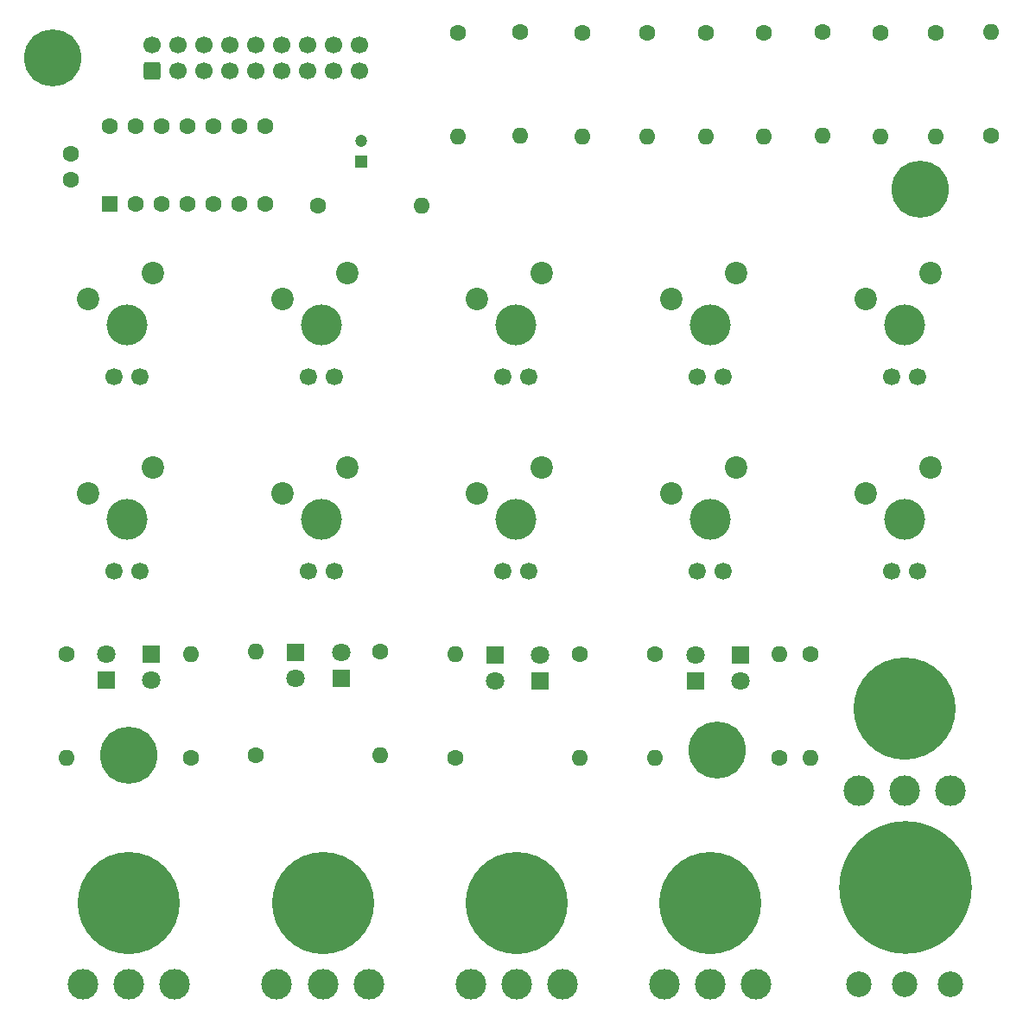
<source format=gts>
G04 #@! TF.GenerationSoftware,KiCad,Pcbnew,9.0.0*
G04 #@! TF.CreationDate,2025-06-15T15:41:01+02:00*
G04 #@! TF.ProjectId,8-bit computer_Keypad_Module_Right,382d6269-7420-4636-9f6d-70757465725f,rev?*
G04 #@! TF.SameCoordinates,Original*
G04 #@! TF.FileFunction,Soldermask,Top*
G04 #@! TF.FilePolarity,Negative*
%FSLAX46Y46*%
G04 Gerber Fmt 4.6, Leading zero omitted, Abs format (unit mm)*
G04 Created by KiCad (PCBNEW 9.0.0) date 2025-06-15 15:41:01*
%MOMM*%
%LPD*%
G01*
G04 APERTURE LIST*
G04 Aperture macros list*
%AMRoundRect*
0 Rectangle with rounded corners*
0 $1 Rounding radius*
0 $2 $3 $4 $5 $6 $7 $8 $9 X,Y pos of 4 corners*
0 Add a 4 corners polygon primitive as box body*
4,1,4,$2,$3,$4,$5,$6,$7,$8,$9,$2,$3,0*
0 Add four circle primitives for the rounded corners*
1,1,$1+$1,$2,$3*
1,1,$1+$1,$4,$5*
1,1,$1+$1,$6,$7*
1,1,$1+$1,$8,$9*
0 Add four rect primitives between the rounded corners*
20,1,$1+$1,$2,$3,$4,$5,0*
20,1,$1+$1,$4,$5,$6,$7,0*
20,1,$1+$1,$6,$7,$8,$9,0*
20,1,$1+$1,$8,$9,$2,$3,0*%
G04 Aperture macros list end*
%ADD10C,10.000000*%
%ADD11C,3.000000*%
%ADD12C,1.600000*%
%ADD13O,1.600000X1.600000*%
%ADD14C,4.000000*%
%ADD15C,2.200000*%
%ADD16C,1.690600*%
%ADD17R,1.200000X1.200000*%
%ADD18C,1.200000*%
%ADD19R,1.800000X1.800000*%
%ADD20C,1.800000*%
%ADD21C,5.600000*%
%ADD22C,13.000000*%
%ADD23C,2.500000*%
%ADD24RoundRect,0.250000X0.600000X-0.600000X0.600000X0.600000X-0.600000X0.600000X-0.600000X-0.600000X0*%
%ADD25C,1.700000*%
%ADD26RoundRect,0.250000X0.550000X-0.550000X0.550000X0.550000X-0.550000X0.550000X-0.550000X-0.550000X0*%
G04 APERTURE END LIST*
D10*
X102864500Y-129745000D03*
D11*
X98364500Y-137745000D03*
X102864500Y-137745000D03*
X107364500Y-137745000D03*
D12*
X97180400Y-56402600D03*
X97180400Y-58902600D03*
X181914800Y-44495591D03*
D13*
X181914800Y-54655591D03*
D12*
X135128000Y-44495591D03*
D13*
X135128000Y-54655591D03*
D14*
X140779500Y-73152000D03*
D15*
X136969500Y-70612000D03*
X143319500Y-68072000D03*
D16*
X139509500Y-78232000D03*
X142049500Y-78232000D03*
D12*
X170815000Y-44450000D03*
D13*
X170815000Y-54610000D03*
D17*
X125603000Y-57118000D03*
D18*
X125603000Y-55118000D03*
D14*
X121729500Y-92202000D03*
D15*
X117919500Y-89662000D03*
X124269500Y-87122000D03*
D16*
X120459500Y-97282000D03*
X122999500Y-97282000D03*
D19*
X143184806Y-108015182D03*
D20*
X143184806Y-105475182D03*
D14*
X159829500Y-92202000D03*
D15*
X156019500Y-89662000D03*
X162369500Y-87122000D03*
D16*
X158559500Y-97282000D03*
X161099500Y-97282000D03*
D14*
X159829500Y-73152000D03*
D15*
X156019500Y-70612000D03*
X162369500Y-68072000D03*
D16*
X158559500Y-78232000D03*
X161099500Y-78232000D03*
D12*
X96774000Y-105410000D03*
D13*
X96774000Y-115570000D03*
D12*
X153670000Y-44495591D03*
D13*
X153670000Y-54655591D03*
D12*
X147320000Y-44495591D03*
D13*
X147320000Y-54655591D03*
D12*
X108966000Y-115570000D03*
D13*
X108966000Y-105410000D03*
D10*
X121864500Y-129745000D03*
D11*
X117364500Y-137745000D03*
X121864500Y-137745000D03*
X126364500Y-137745000D03*
D12*
X141224000Y-44450000D03*
D13*
X141224000Y-54610000D03*
D10*
X140864500Y-129745000D03*
D11*
X136364500Y-137745000D03*
X140864500Y-137745000D03*
X145364500Y-137745000D03*
D19*
X105084500Y-105440182D03*
D20*
X105084500Y-107980182D03*
D10*
X178858300Y-110745000D03*
D11*
X174358300Y-118745000D03*
X178858300Y-118745000D03*
X183358300Y-118745000D03*
D12*
X176530000Y-44495591D03*
D13*
X176530000Y-54655591D03*
D21*
X95427800Y-46964600D03*
D12*
X147066000Y-105410000D03*
D13*
X147066000Y-115570000D03*
D22*
X178961106Y-128243000D03*
D23*
X174366800Y-137743000D03*
X178866800Y-137743000D03*
X183366800Y-137743000D03*
D19*
X138764500Y-105475182D03*
D20*
X138764500Y-108015182D03*
D12*
X154432000Y-105410000D03*
D13*
X154432000Y-115570000D03*
D12*
X115316000Y-115316000D03*
D13*
X115316000Y-105156000D03*
D10*
X159864500Y-129745000D03*
D11*
X155364500Y-137745000D03*
X159864500Y-137745000D03*
X164364500Y-137745000D03*
D12*
X121412000Y-61468000D03*
D13*
X131572000Y-61468000D03*
D19*
X123654485Y-107735782D03*
D20*
X123654485Y-105195782D03*
D12*
X159385000Y-44495591D03*
D13*
X159385000Y-54655591D03*
D19*
X119209485Y-105195782D03*
D20*
X119209485Y-107735782D03*
D19*
X100669194Y-107980182D03*
D20*
X100669194Y-105440182D03*
D21*
X160528000Y-114808000D03*
D12*
X165100000Y-44495591D03*
D13*
X165100000Y-54655591D03*
D19*
X162784295Y-105505000D03*
D20*
X162784295Y-108045000D03*
D24*
X105105200Y-48209200D03*
D25*
X105105200Y-45669200D03*
X107645200Y-48209200D03*
X107645201Y-45669200D03*
X110185200Y-48209200D03*
X110185200Y-45669200D03*
X112725200Y-48209200D03*
X112725201Y-45669200D03*
X115265200Y-48209200D03*
X115265200Y-45669200D03*
X117805200Y-48209200D03*
X117805201Y-45669200D03*
X120345200Y-48209200D03*
X120345200Y-45669200D03*
X122885200Y-48209200D03*
X122885201Y-45669200D03*
X125425200Y-48209200D03*
X125425200Y-45669199D03*
D12*
X169672000Y-105410000D03*
D13*
X169672000Y-115570000D03*
D19*
X158373989Y-108045000D03*
D20*
X158373989Y-105505000D03*
D14*
X102679500Y-92202000D03*
D15*
X98869500Y-89662000D03*
X105219500Y-87122000D03*
D16*
X101409500Y-97282000D03*
X103949500Y-97282000D03*
D14*
X102679500Y-73152000D03*
D15*
X98869500Y-70612000D03*
X105219500Y-68072000D03*
D16*
X101409500Y-78232000D03*
X103949500Y-78232000D03*
D26*
X100990400Y-61315600D03*
D12*
X103530400Y-61315600D03*
X106070400Y-61315600D03*
X108610400Y-61315600D03*
X111150400Y-61315600D03*
X113690400Y-61315600D03*
X116230400Y-61315600D03*
X116230400Y-53695600D03*
X113690401Y-53695600D03*
X111150400Y-53695600D03*
X108610401Y-53695600D03*
X106070400Y-53695600D03*
X103530401Y-53695600D03*
X100990400Y-53695600D03*
D21*
X102870000Y-115316000D03*
D12*
X166624000Y-115570000D03*
D13*
X166624000Y-105410000D03*
D14*
X140779500Y-92202000D03*
D15*
X136969500Y-89662000D03*
X143319500Y-87122000D03*
D16*
X139509500Y-97282000D03*
X142049500Y-97282000D03*
D12*
X187325000Y-54610000D03*
D13*
X187325000Y-44450000D03*
D14*
X121729500Y-73152000D03*
D15*
X117919500Y-70612000D03*
X124269500Y-68072000D03*
D16*
X120459500Y-78232000D03*
X122999500Y-78232000D03*
D12*
X134874000Y-115570000D03*
D13*
X134874000Y-105410000D03*
D14*
X178879500Y-73152000D03*
D15*
X175069500Y-70612000D03*
X181419500Y-68072000D03*
D16*
X177609500Y-78232000D03*
X180149500Y-78232000D03*
D12*
X127508000Y-105156000D03*
D13*
X127508000Y-115316000D03*
D21*
X180441600Y-59842400D03*
D14*
X178879500Y-92202000D03*
D15*
X175069500Y-89662000D03*
X181419500Y-87122000D03*
D16*
X177609500Y-97282000D03*
X180149500Y-97282000D03*
M02*

</source>
